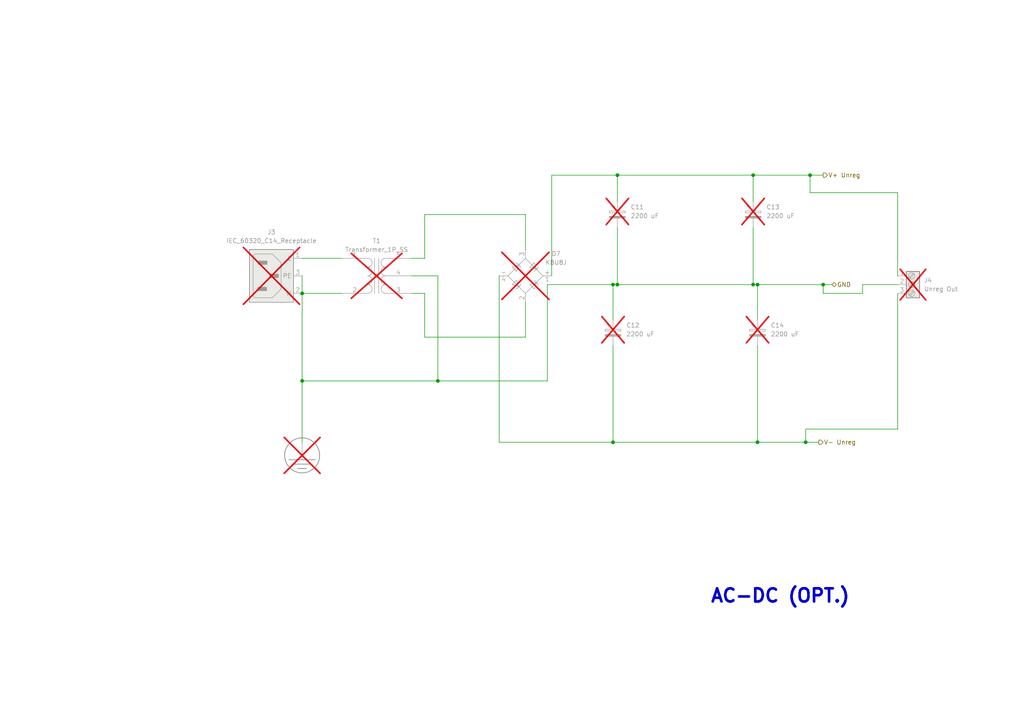
<source format=kicad_sch>
(kicad_sch
	(version 20250114)
	(generator "eeschema")
	(generator_version "9.0")
	(uuid "3c77165a-e465-4a57-9e92-182661596b9e")
	(paper "A4")
	(title_block
		(title "Davinci Demon Supply")
		(date "2025-08-24")
		(rev "B")
		(company "Quantum Designs")
	)
	(lib_symbols
		(symbol "Connector:IEC_60320_C14_Receptacle"
			(exclude_from_sim no)
			(in_bom yes)
			(on_board yes)
			(property "Reference" "J"
				(at -5.842 8.636 0)
				(effects
					(font
						(size 1.27 1.27)
					)
				)
			)
			(property "Value" "IEC_60320_C14_Receptacle"
				(at 0 -9.144 0)
				(effects
					(font
						(size 1.27 1.27)
					)
				)
			)
			(property "Footprint" ""
				(at -2.286 0 0)
				(effects
					(font
						(size 1.27 1.27)
					)
					(hide yes)
				)
			)
			(property "Datasheet" "~"
				(at -2.286 0 0)
				(effects
					(font
						(size 1.27 1.27)
					)
					(hide yes)
				)
			)
			(property "Description" "C14 Plug, 10A max"
				(at -0.635 0 0)
				(effects
					(font
						(size 1.27 1.27)
					)
					(hide yes)
				)
			)
			(property "ki_keywords" "Plug C14 IEC320"
				(at 0 0 0)
				(effects
					(font
						(size 1.27 1.27)
					)
					(hide yes)
				)
			)
			(property "ki_fp_filters" "C*14*Receptacle*"
				(at 0 0 0)
				(effects
					(font
						(size 1.27 1.27)
					)
					(hide yes)
				)
			)
			(symbol "IEC_60320_C14_Receptacle_1_1"
				(rectangle
					(start -6.35 7.62)
					(end 6.35 -7.62)
					(stroke
						(width 0.254)
						(type default)
					)
					(fill
						(type background)
					)
				)
				(polyline
					(pts
						(xy -4.826 -6.35) (xy -5.334 -5.842) (xy -5.334 5.842) (xy -4.826 6.35) (xy 0.254 6.35) (xy 2.794 3.81)
						(xy 2.794 -3.81) (xy 0.254 -6.35) (xy -4.826 -6.35)
					)
					(stroke
						(width 0)
						(type default)
					)
					(fill
						(type background)
					)
				)
				(rectangle
					(start -3.937 -3.302)
					(end -1.397 -4.318)
					(stroke
						(width 0)
						(type default)
					)
					(fill
						(type outline)
					)
				)
				(rectangle
					(start -3.81 4.318)
					(end -1.27 3.302)
					(stroke
						(width 0)
						(type default)
					)
					(fill
						(type outline)
					)
				)
				(rectangle
					(start -0.508 0.508)
					(end 2.032 -0.508)
					(stroke
						(width 0)
						(type default)
					)
					(fill
						(type outline)
					)
				)
				(pin power_in line
					(at 8.89 5.08 180)
					(length 2.54)
					(name "L"
						(effects
							(font
								(size 1.27 1.27)
							)
						)
					)
					(number "1"
						(effects
							(font
								(size 1.27 1.27)
							)
						)
					)
				)
				(pin bidirectional line
					(at 8.89 0 180)
					(length 2.54)
					(name "PE"
						(effects
							(font
								(size 1.27 1.27)
							)
						)
					)
					(number "3"
						(effects
							(font
								(size 1.27 1.27)
							)
						)
					)
				)
				(pin power_in line
					(at 8.89 -5.08 180)
					(length 2.54)
					(name "N"
						(effects
							(font
								(size 1.27 1.27)
							)
						)
					)
					(number "2"
						(effects
							(font
								(size 1.27 1.27)
							)
						)
					)
				)
			)
			(embedded_fonts no)
		)
		(symbol "Device:Transformer_1P_SS"
			(pin_names
				(offset 1.016)
				(hide yes)
			)
			(exclude_from_sim no)
			(in_bom yes)
			(on_board yes)
			(property "Reference" "T"
				(at 0 6.35 0)
				(effects
					(font
						(size 1.27 1.27)
					)
				)
			)
			(property "Value" "Transformer_1P_SS"
				(at 0 -7.62 0)
				(effects
					(font
						(size 1.27 1.27)
					)
				)
			)
			(property "Footprint" ""
				(at 0 0 0)
				(effects
					(font
						(size 1.27 1.27)
					)
					(hide yes)
				)
			)
			(property "Datasheet" "~"
				(at 0 0 0)
				(effects
					(font
						(size 1.27 1.27)
					)
					(hide yes)
				)
			)
			(property "Description" "Transformer, single primary, split secondary"
				(at 0 0 0)
				(effects
					(font
						(size 1.27 1.27)
					)
					(hide yes)
				)
			)
			(property "ki_keywords" "transformer coil magnet"
				(at 0 0 0)
				(effects
					(font
						(size 1.27 1.27)
					)
					(hide yes)
				)
			)
			(symbol "Transformer_1P_SS_0_1"
				(arc
					(start -1.27 3.81)
					(mid -1.656 2.9336)
					(end -2.54 2.5654)
					(stroke
						(width 0)
						(type default)
					)
					(fill
						(type none)
					)
				)
				(arc
					(start -1.27 1.27)
					(mid -1.656 0.3936)
					(end -2.54 0.0254)
					(stroke
						(width 0)
						(type default)
					)
					(fill
						(type none)
					)
				)
				(arc
					(start -1.27 -1.27)
					(mid -1.656 -2.1464)
					(end -2.54 -2.5146)
					(stroke
						(width 0)
						(type default)
					)
					(fill
						(type none)
					)
				)
				(arc
					(start -1.27 -3.81)
					(mid -1.656 -4.6864)
					(end -2.54 -5.0546)
					(stroke
						(width 0)
						(type default)
					)
					(fill
						(type none)
					)
				)
				(arc
					(start -2.54 5.08)
					(mid -1.642 4.708)
					(end -1.27 3.81)
					(stroke
						(width 0)
						(type default)
					)
					(fill
						(type none)
					)
				)
				(arc
					(start -2.54 2.54)
					(mid -1.642 2.168)
					(end -1.27 1.27)
					(stroke
						(width 0)
						(type default)
					)
					(fill
						(type none)
					)
				)
				(arc
					(start -2.54 0)
					(mid -1.642 -0.372)
					(end -1.27 -1.27)
					(stroke
						(width 0)
						(type default)
					)
					(fill
						(type none)
					)
				)
				(arc
					(start -2.54 -2.54)
					(mid -1.642 -2.912)
					(end -1.27 -3.81)
					(stroke
						(width 0)
						(type default)
					)
					(fill
						(type none)
					)
				)
				(polyline
					(pts
						(xy -0.635 5.08) (xy -0.635 -5.08)
					)
					(stroke
						(width 0)
						(type default)
					)
					(fill
						(type none)
					)
				)
				(polyline
					(pts
						(xy 0.635 -5.08) (xy 0.635 5.08)
					)
					(stroke
						(width 0)
						(type default)
					)
					(fill
						(type none)
					)
				)
				(arc
					(start 1.2954 3.81)
					(mid 1.6457 4.7117)
					(end 2.54 5.08)
					(stroke
						(width 0)
						(type default)
					)
					(fill
						(type none)
					)
				)
				(arc
					(start 1.2954 1.27)
					(mid 1.6457 2.1717)
					(end 2.54 2.54)
					(stroke
						(width 0)
						(type default)
					)
					(fill
						(type none)
					)
				)
				(arc
					(start 1.2954 -1.27)
					(mid 1.6457 -0.3683)
					(end 2.54 0)
					(stroke
						(width 0)
						(type default)
					)
					(fill
						(type none)
					)
				)
				(arc
					(start 2.54 2.5654)
					(mid 1.6599 2.9299)
					(end 1.2954 3.81)
					(stroke
						(width 0)
						(type default)
					)
					(fill
						(type none)
					)
				)
				(arc
					(start 2.54 0.0254)
					(mid 1.6599 0.3899)
					(end 1.2954 1.27)
					(stroke
						(width 0)
						(type default)
					)
					(fill
						(type none)
					)
				)
				(arc
					(start 2.54 -2.5146)
					(mid 1.6599 -2.1501)
					(end 1.2954 -1.27)
					(stroke
						(width 0)
						(type default)
					)
					(fill
						(type none)
					)
				)
				(arc
					(start 1.3208 -3.81)
					(mid 1.6711 -2.9085)
					(end 2.5654 -2.54)
					(stroke
						(width 0)
						(type default)
					)
					(fill
						(type none)
					)
				)
				(arc
					(start 2.5654 -5.0546)
					(mid 1.6851 -4.6902)
					(end 1.3208 -3.81)
					(stroke
						(width 0)
						(type default)
					)
					(fill
						(type none)
					)
				)
			)
			(symbol "Transformer_1P_SS_1_1"
				(pin passive line
					(at -10.16 5.08 0)
					(length 7.62)
					(name "AA"
						(effects
							(font
								(size 1.27 1.27)
							)
						)
					)
					(number "1"
						(effects
							(font
								(size 1.27 1.27)
							)
						)
					)
				)
				(pin passive line
					(at -10.16 -5.08 0)
					(length 7.62)
					(name "AB"
						(effects
							(font
								(size 1.27 1.27)
							)
						)
					)
					(number "2"
						(effects
							(font
								(size 1.27 1.27)
							)
						)
					)
				)
				(pin passive line
					(at 10.16 5.08 180)
					(length 7.62)
					(name "SB"
						(effects
							(font
								(size 1.27 1.27)
							)
						)
					)
					(number "5"
						(effects
							(font
								(size 1.27 1.27)
							)
						)
					)
				)
				(pin passive line
					(at 10.16 0 180)
					(length 7.62)
					(name "SC"
						(effects
							(font
								(size 1.27 1.27)
							)
						)
					)
					(number "4"
						(effects
							(font
								(size 1.27 1.27)
							)
						)
					)
				)
				(pin passive line
					(at 10.16 -5.08 180)
					(length 7.62)
					(name "SA"
						(effects
							(font
								(size 1.27 1.27)
							)
						)
					)
					(number "3"
						(effects
							(font
								(size 1.27 1.27)
							)
						)
					)
				)
			)
			(embedded_fonts no)
		)
		(symbol "Diode_Bridge:KBU8J"
			(pin_names
				(offset 0)
			)
			(exclude_from_sim no)
			(in_bom yes)
			(on_board yes)
			(property "Reference" "D"
				(at 2.54 6.985 0)
				(effects
					(font
						(size 1.27 1.27)
					)
					(justify left)
				)
			)
			(property "Value" "KBU8J"
				(at 2.54 5.08 0)
				(effects
					(font
						(size 1.27 1.27)
					)
					(justify left)
				)
			)
			(property "Footprint" "Diode_THT:Diode_Bridge_Vishay_KBU"
				(at 3.81 3.175 0)
				(effects
					(font
						(size 1.27 1.27)
					)
					(justify left)
					(hide yes)
				)
			)
			(property "Datasheet" "http://www.vishay.com/docs/88656/kbu8.pdf"
				(at 0 0 0)
				(effects
					(font
						(size 1.27 1.27)
					)
					(hide yes)
				)
			)
			(property "Description" "Single-Phase Bridge Rectifier, 420V Vrms, 8.0A If, KBU package"
				(at 0 0 0)
				(effects
					(font
						(size 1.27 1.27)
					)
					(hide yes)
				)
			)
			(property "ki_keywords" "rectifier acdc"
				(at 0 0 0)
				(effects
					(font
						(size 1.27 1.27)
					)
					(hide yes)
				)
			)
			(property "ki_fp_filters" "Diode*Bridge*Vishay*KBU*"
				(at 0 0 0)
				(effects
					(font
						(size 1.27 1.27)
					)
					(hide yes)
				)
			)
			(symbol "KBU8J_0_1"
				(polyline
					(pts
						(xy -5.08 0) (xy 0 -5.08) (xy 5.08 0) (xy 0 5.08) (xy -5.08 0)
					)
					(stroke
						(width 0)
						(type default)
					)
					(fill
						(type none)
					)
				)
				(polyline
					(pts
						(xy -3.81 2.54) (xy -2.54 1.27) (xy -1.905 3.175) (xy -3.81 2.54)
					)
					(stroke
						(width 0)
						(type default)
					)
					(fill
						(type none)
					)
				)
				(polyline
					(pts
						(xy -2.54 3.81) (xy -1.27 2.54)
					)
					(stroke
						(width 0)
						(type default)
					)
					(fill
						(type none)
					)
				)
				(polyline
					(pts
						(xy -2.54 -1.27) (xy -3.81 -2.54) (xy -1.905 -3.175) (xy -2.54 -1.27)
					)
					(stroke
						(width 0)
						(type default)
					)
					(fill
						(type none)
					)
				)
				(polyline
					(pts
						(xy -1.27 -2.54) (xy -2.54 -3.81)
					)
					(stroke
						(width 0)
						(type default)
					)
					(fill
						(type none)
					)
				)
				(polyline
					(pts
						(xy 1.27 2.54) (xy 2.54 3.81) (xy 3.175 1.905) (xy 1.27 2.54)
					)
					(stroke
						(width 0)
						(type default)
					)
					(fill
						(type none)
					)
				)
				(polyline
					(pts
						(xy 2.54 1.27) (xy 3.81 2.54)
					)
					(stroke
						(width 0)
						(type default)
					)
					(fill
						(type none)
					)
				)
				(polyline
					(pts
						(xy 2.54 -1.27) (xy 3.81 -2.54)
					)
					(stroke
						(width 0)
						(type default)
					)
					(fill
						(type none)
					)
				)
				(polyline
					(pts
						(xy 3.175 -1.905) (xy 1.27 -2.54) (xy 2.54 -3.81) (xy 3.175 -1.905)
					)
					(stroke
						(width 0)
						(type default)
					)
					(fill
						(type none)
					)
				)
			)
			(symbol "KBU8J_1_1"
				(pin passive line
					(at -7.62 0 0)
					(length 2.54)
					(name "-"
						(effects
							(font
								(size 1.27 1.27)
							)
						)
					)
					(number "4"
						(effects
							(font
								(size 1.27 1.27)
							)
						)
					)
				)
				(pin passive line
					(at 0 7.62 270)
					(length 2.54)
					(name "~"
						(effects
							(font
								(size 1.27 1.27)
							)
						)
					)
					(number "3"
						(effects
							(font
								(size 1.27 1.27)
							)
						)
					)
				)
				(pin passive line
					(at 0 -7.62 90)
					(length 2.54)
					(name "~"
						(effects
							(font
								(size 1.27 1.27)
							)
						)
					)
					(number "2"
						(effects
							(font
								(size 1.27 1.27)
							)
						)
					)
				)
				(pin passive line
					(at 7.62 0 180)
					(length 2.54)
					(name "+"
						(effects
							(font
								(size 1.27 1.27)
							)
						)
					)
					(number "1"
						(effects
							(font
								(size 1.27 1.27)
							)
						)
					)
				)
			)
			(embedded_fonts no)
		)
		(symbol "PCM_Capacitor_AKL:CP_Radial_D18.0mm_P7.50mm"
			(pin_numbers
				(hide yes)
			)
			(pin_names
				(offset 0.254)
			)
			(exclude_from_sim no)
			(in_bom yes)
			(on_board yes)
			(property "Reference" "C"
				(at 0.635 2.54 0)
				(effects
					(font
						(size 1.27 1.27)
					)
					(justify left)
				)
			)
			(property "Value" "CP_Radial_D18.0mm_P7.50mm"
				(at 0.635 -2.54 0)
				(effects
					(font
						(size 1.27 1.27)
					)
					(justify left)
				)
			)
			(property "Footprint" "PCM_Capacitor_THT_AKL:CP_Radial_D18.0mm_P7.50mm"
				(at 0 -10.16 0)
				(effects
					(font
						(size 1.27 1.27)
					)
					(hide yes)
				)
			)
			(property "Datasheet" "~"
				(at 0 0 0)
				(effects
					(font
						(size 1.27 1.27)
					)
					(hide yes)
				)
			)
			(property "Description" "THT Electrolytic Capacitor, 18.0mm Diameter, 7.50mm Pitch, European Symbol, Alternate KiCad Library"
				(at 0 0 0)
				(effects
					(font
						(size 1.27 1.27)
					)
					(hide yes)
				)
			)
			(property "ki_keywords" "cap capacitor polarized eu tht radial electrolytic 18mm 7.50mm"
				(at 0 0 0)
				(effects
					(font
						(size 1.27 1.27)
					)
					(hide yes)
				)
			)
			(property "ki_fp_filters" "CP_*"
				(at 0 0 0)
				(effects
					(font
						(size 1.27 1.27)
					)
					(hide yes)
				)
			)
			(symbol "CP_Radial_D18.0mm_P7.50mm_0_1"
				(rectangle
					(start -2.286 1.016)
					(end 2.286 0.508)
					(stroke
						(width 0)
						(type default)
					)
					(fill
						(type none)
					)
				)
				(polyline
					(pts
						(xy -1.778 2.286) (xy -0.762 2.286)
					)
					(stroke
						(width 0)
						(type default)
					)
					(fill
						(type none)
					)
				)
				(polyline
					(pts
						(xy -1.27 2.794) (xy -1.27 1.778)
					)
					(stroke
						(width 0)
						(type default)
					)
					(fill
						(type none)
					)
				)
				(rectangle
					(start 2.286 -0.508)
					(end -2.286 -1.016)
					(stroke
						(width 0)
						(type default)
					)
					(fill
						(type outline)
					)
				)
			)
			(symbol "CP_Radial_D18.0mm_P7.50mm_0_2"
				(polyline
					(pts
						(xy -2.54 -2.54) (xy -0.6604 -0.6604)
					)
					(stroke
						(width 0)
						(type default)
					)
					(fill
						(type none)
					)
				)
				(polyline
					(pts
						(xy -1.8796 0.6096) (xy 0.6096 -1.8796) (xy 0.9652 -1.524) (xy -1.524 0.9652) (xy -1.8796 0.6096)
					)
					(stroke
						(width 0)
						(type default)
					)
					(fill
						(type outline)
					)
				)
				(polyline
					(pts
						(xy -0.9652 1.524) (xy 1.524 -0.9652) (xy 1.8796 -0.6096) (xy -0.6096 1.8796) (xy -0.9652 1.524)
					)
					(stroke
						(width 0)
						(type default)
					)
					(fill
						(type none)
					)
				)
				(polyline
					(pts
						(xy 0 2.032) (xy 1.016 2.032)
					)
					(stroke
						(width 0)
						(type default)
					)
					(fill
						(type none)
					)
				)
				(polyline
					(pts
						(xy 0.508 2.54) (xy 0.508 1.524)
					)
					(stroke
						(width 0)
						(type default)
					)
					(fill
						(type none)
					)
				)
				(polyline
					(pts
						(xy 0.6604 0.6604) (xy 2.54 2.54)
					)
					(stroke
						(width 0)
						(type default)
					)
					(fill
						(type none)
					)
				)
			)
			(symbol "CP_Radial_D18.0mm_P7.50mm_1_1"
				(pin passive line
					(at 0 3.81 270)
					(length 2.794)
					(name "~"
						(effects
							(font
								(size 1.27 1.27)
							)
						)
					)
					(number "1"
						(effects
							(font
								(size 1.27 1.27)
							)
						)
					)
				)
				(pin passive line
					(at 0 -3.81 90)
					(length 2.794)
					(name "~"
						(effects
							(font
								(size 1.27 1.27)
							)
						)
					)
					(number "2"
						(effects
							(font
								(size 1.27 1.27)
							)
						)
					)
				)
			)
			(symbol "CP_Radial_D18.0mm_P7.50mm_1_2"
				(pin passive line
					(at -2.54 -2.54 90)
					(length 0)
					(name "~"
						(effects
							(font
								(size 1.27 1.27)
							)
						)
					)
					(number "2"
						(effects
							(font
								(size 1.27 1.27)
							)
						)
					)
				)
				(pin passive line
					(at 2.54 2.54 270)
					(length 0)
					(name "~"
						(effects
							(font
								(size 1.27 1.27)
							)
						)
					)
					(number "1"
						(effects
							(font
								(size 1.27 1.27)
							)
						)
					)
				)
			)
			(embedded_fonts no)
		)
		(symbol "PCM_Generic:P,PE"
			(power)
			(pin_numbers
				(hide yes)
			)
			(pin_names
				(offset 3.81)
			)
			(exclude_from_sim no)
			(in_bom yes)
			(on_board yes)
			(property "Reference" "#PWR"
				(at 3.81 3.81 0)
				(effects
					(font
						(size 2.54 2.54)
					)
					(justify left)
					(hide yes)
				)
			)
			(property "Value" "P,PE"
				(at 3.81 0 0)
				(effects
					(font
						(size 0.001 0.001)
					)
					(justify left)
					(hide yes)
				)
			)
			(property "Footprint" ""
				(at 0 0 0)
				(effects
					(font
						(size 2.54 2.54)
					)
					(hide yes)
				)
			)
			(property "Datasheet" ""
				(at 0 0 0)
				(effects
					(font
						(size 2.54 2.54)
					)
					(hide yes)
				)
			)
			(property "Description" "protective earthing/grounding/earth/ground (PE)"
				(at 0 0 0)
				(effects
					(font
						(size 1.27 1.27)
					)
					(hide yes)
				)
			)
			(property "ki_keywords" "P V PE protective earthing grounding earth ground potential voltage tension global power supply node label pin"
				(at 0 0 0)
				(effects
					(font
						(size 1.27 1.27)
					)
					(hide yes)
				)
			)
			(symbol "P,PE_1_1"
				(polyline
					(pts
						(xy -3.81 -5.08) (xy 3.81 -5.08)
					)
					(stroke
						(width 0.254)
						(type default)
					)
					(fill
						(type none)
					)
				)
				(polyline
					(pts
						(xy -2.54 -6.35) (xy 2.54 -6.35)
					)
					(stroke
						(width 0.254)
						(type default)
					)
					(fill
						(type none)
					)
				)
				(polyline
					(pts
						(xy -1.27 -7.62) (xy 1.27 -7.62)
					)
					(stroke
						(width 0.254)
						(type default)
					)
					(fill
						(type none)
					)
				)
				(polyline
					(pts
						(xy 0 0) (xy 0 -5.08)
					)
					(stroke
						(width 0)
						(type default)
					)
					(fill
						(type none)
					)
				)
				(circle
					(center 0 -3.81)
					(radius 5.08)
					(stroke
						(width 0.254)
						(type default)
					)
					(fill
						(type none)
					)
				)
				(pin power_in line
					(at 0 0 0)
					(length 0)
					(hide yes)
					(name "PE"
						(effects
							(font
								(size 2.54 2.54)
							)
						)
					)
					(number "0"
						(effects
							(font
								(size 0 0)
							)
						)
					)
				)
			)
			(embedded_fonts no)
		)
		(symbol "PCM_SL_Screw_Terminal:Screw_Terminal_3_P3.50mm"
			(exclude_from_sim no)
			(in_bom yes)
			(on_board yes)
			(property "Reference" "J"
				(at 0 5.842 0)
				(effects
					(font
						(size 1.27 1.27)
					)
				)
			)
			(property "Value" "Screw_Terminal_3_P3.50mm"
				(at 1.27 -5.588 0)
				(effects
					(font
						(size 1.27 1.27)
					)
				)
			)
			(property "Footprint" "TerminalBlock_Phoenix:TerminalBlock_Phoenix_PT-1,5-3-3.5-H_1x03_P3.50mm_Horizontal"
				(at 1.27 -7.62 0)
				(effects
					(font
						(size 1.27 1.27)
					)
					(hide yes)
				)
			)
			(property "Datasheet" ""
				(at 0 1.27 0)
				(effects
					(font
						(size 1.27 1.27)
					)
					(hide yes)
				)
			)
			(property "Description" ""
				(at 0 0 0)
				(effects
					(font
						(size 1.27 1.27)
					)
					(hide yes)
				)
			)
			(symbol "Screw_Terminal_3_P3.50mm_0_1"
				(rectangle
					(start -1.27 3.81)
					(end 2.54 -3.81)
					(stroke
						(width 0.3)
						(type default)
					)
					(fill
						(type background)
					)
				)
				(polyline
					(pts
						(xy -0.254 1.778) (xy 1.016 3.048)
					)
					(stroke
						(width 0)
						(type default)
					)
					(fill
						(type none)
					)
				)
				(polyline
					(pts
						(xy -0.254 -0.762) (xy 1.016 0.508)
					)
					(stroke
						(width 0)
						(type default)
					)
					(fill
						(type none)
					)
				)
				(polyline
					(pts
						(xy -0.254 -3.302) (xy 1.016 -2.032)
					)
					(stroke
						(width 0)
						(type default)
					)
					(fill
						(type none)
					)
				)
				(polyline
					(pts
						(xy 0 2.54) (xy -0.508 2.032) (xy 0.762 3.302)
					)
					(stroke
						(width 0)
						(type default)
					)
					(fill
						(type none)
					)
				)
				(polyline
					(pts
						(xy 0 0) (xy -0.508 -0.508) (xy 0.762 0.762)
					)
					(stroke
						(width 0)
						(type default)
					)
					(fill
						(type none)
					)
				)
				(polyline
					(pts
						(xy 0 -2.54) (xy -0.508 -3.048) (xy 0.762 -1.778)
					)
					(stroke
						(width 0)
						(type default)
					)
					(fill
						(type none)
					)
				)
				(circle
					(center 0.254 2.54)
					(radius 0.9158)
					(stroke
						(width 0)
						(type default)
					)
					(fill
						(type none)
					)
				)
				(circle
					(center 0.254 0)
					(radius 0.9158)
					(stroke
						(width 0)
						(type default)
					)
					(fill
						(type none)
					)
				)
				(circle
					(center 0.254 -2.54)
					(radius 0.9158)
					(stroke
						(width 0)
						(type default)
					)
					(fill
						(type none)
					)
				)
			)
			(symbol "Screw_Terminal_3_P3.50mm_1_1"
				(pin passive line
					(at -3.81 2.54 0)
					(length 2.54)
					(name ""
						(effects
							(font
								(size 1.27 1.27)
							)
						)
					)
					(number "1"
						(effects
							(font
								(size 1.27 1.27)
							)
						)
					)
				)
				(pin passive line
					(at -3.81 0 0)
					(length 2.54)
					(name ""
						(effects
							(font
								(size 1.27 1.27)
							)
						)
					)
					(number "2"
						(effects
							(font
								(size 1.27 1.27)
							)
						)
					)
				)
				(pin passive line
					(at -3.81 -2.54 0)
					(length 2.54)
					(name ""
						(effects
							(font
								(size 1.27 1.27)
							)
						)
					)
					(number "3"
						(effects
							(font
								(size 1.27 1.27)
							)
						)
					)
				)
			)
			(embedded_fonts no)
		)
	)
	(text "AC-DC (OPT.)"
		(exclude_from_sim no)
		(at 226.314 172.974 0)
		(effects
			(font
				(size 3.81 3.81)
				(thickness 0.762)
				(bold yes)
			)
		)
		(uuid "9b3fc6a6-b738-4778-ab2a-198c005521a7")
	)
	(junction
		(at 218.44 82.55)
		(diameter 0)
		(color 0 0 0 0)
		(uuid "0f90d325-83ab-4191-8148-80ed4e5bcf0a")
	)
	(junction
		(at 218.44 50.8)
		(diameter 0)
		(color 0 0 0 0)
		(uuid "1ae56223-caf8-4cd6-b869-ed5af01837c8")
	)
	(junction
		(at 177.8 128.27)
		(diameter 0)
		(color 0 0 0 0)
		(uuid "20328db9-cf85-44ad-81db-bd80375d3784")
	)
	(junction
		(at 219.71 82.55)
		(diameter 0)
		(color 0 0 0 0)
		(uuid "26cad51b-772b-43fe-bd4c-aec69d97ad77")
	)
	(junction
		(at 233.68 128.27)
		(diameter 0)
		(color 0 0 0 0)
		(uuid "2cdade27-066a-4bb6-b318-1f91bb44d27d")
	)
	(junction
		(at 179.07 82.55)
		(diameter 0)
		(color 0 0 0 0)
		(uuid "76c2dc33-c00d-4506-96a1-f5a61adec81a")
	)
	(junction
		(at 177.8 82.55)
		(diameter 0)
		(color 0 0 0 0)
		(uuid "a00a1870-b713-4280-9a10-489930fa2777")
	)
	(junction
		(at 87.63 110.49)
		(diameter 0)
		(color 0 0 0 0)
		(uuid "a45c353e-f7a9-4a35-9b03-05db5d9ea6bb")
	)
	(junction
		(at 219.71 128.27)
		(diameter 0)
		(color 0 0 0 0)
		(uuid "c3c03aae-eacf-4377-a5a8-82f5cdd56f92")
	)
	(junction
		(at 179.07 50.8)
		(diameter 0)
		(color 0 0 0 0)
		(uuid "c7a574a3-6a9b-4bc4-b2e8-a7676574f9a5")
	)
	(junction
		(at 234.95 50.8)
		(diameter 0)
		(color 0 0 0 0)
		(uuid "cd175332-ef43-4edc-a7cc-fb6e7e4a71b0")
	)
	(junction
		(at 87.63 85.09)
		(diameter 0)
		(color 0 0 0 0)
		(uuid "d614997c-84c7-4f48-bacd-2d0703627d07")
	)
	(junction
		(at 238.76 82.55)
		(diameter 0)
		(color 0 0 0 0)
		(uuid "dba9d4cc-3c76-47bc-94de-352904319f82")
	)
	(junction
		(at 127 110.49)
		(diameter 0)
		(color 0 0 0 0)
		(uuid "defec324-0854-4484-8d32-cc7737ba81f5")
	)
	(wire
		(pts
			(xy 218.44 66.04) (xy 218.44 82.55)
		)
		(stroke
			(width 0)
			(type default)
		)
		(uuid "032a1890-2e0b-40b5-87d2-27b3ce1960df")
	)
	(wire
		(pts
			(xy 160.02 50.8) (xy 179.07 50.8)
		)
		(stroke
			(width 0)
			(type default)
		)
		(uuid "0bc47ec3-f9e0-4a6b-8b0f-1eec2e29aa93")
	)
	(wire
		(pts
			(xy 179.07 82.55) (xy 177.8 82.55)
		)
		(stroke
			(width 0)
			(type default)
		)
		(uuid "13ccd684-ddc7-4745-bcd2-48ca636cd8b1")
	)
	(wire
		(pts
			(xy 219.71 128.27) (xy 219.71 100.33)
		)
		(stroke
			(width 0)
			(type default)
		)
		(uuid "18de391a-1d25-429b-a7f9-c071bef28c83")
	)
	(wire
		(pts
			(xy 123.19 85.09) (xy 123.19 97.79)
		)
		(stroke
			(width 0)
			(type default)
		)
		(uuid "1ff7fa02-f63d-4630-aa90-c1c3b7063fc9")
	)
	(wire
		(pts
			(xy 119.38 85.09) (xy 123.19 85.09)
		)
		(stroke
			(width 0)
			(type default)
		)
		(uuid "2286566e-b389-42af-a07a-2cab016f7b7f")
	)
	(wire
		(pts
			(xy 219.71 82.55) (xy 218.44 82.55)
		)
		(stroke
			(width 0)
			(type default)
		)
		(uuid "26733d3f-7bd1-41f5-9baa-c1294907ae02")
	)
	(wire
		(pts
			(xy 260.35 85.09) (xy 260.35 124.46)
		)
		(stroke
			(width 0)
			(type default)
		)
		(uuid "32127801-9ee5-4289-b8b1-ef2541e04c1b")
	)
	(wire
		(pts
			(xy 177.8 128.27) (xy 219.71 128.27)
		)
		(stroke
			(width 0)
			(type default)
		)
		(uuid "3546ef68-fe9d-4821-9a35-8c057afaef2c")
	)
	(wire
		(pts
			(xy 260.35 55.88) (xy 234.95 55.88)
		)
		(stroke
			(width 0)
			(type default)
		)
		(uuid "5458dff0-39b7-4dbd-93c9-fd8ec36be599")
	)
	(wire
		(pts
			(xy 250.19 82.55) (xy 250.19 85.09)
		)
		(stroke
			(width 0)
			(type default)
		)
		(uuid "5539c99d-a7f6-4a34-9af6-60a7da5e81a5")
	)
	(wire
		(pts
			(xy 177.8 128.27) (xy 177.8 100.33)
		)
		(stroke
			(width 0)
			(type default)
		)
		(uuid "56d16b13-83b1-45d7-ac9a-e7fc33916194")
	)
	(wire
		(pts
			(xy 218.44 82.55) (xy 179.07 82.55)
		)
		(stroke
			(width 0)
			(type default)
		)
		(uuid "5d9e3fae-0597-4053-8ac6-fb62dd31f7b5")
	)
	(wire
		(pts
			(xy 219.71 128.27) (xy 233.68 128.27)
		)
		(stroke
			(width 0)
			(type default)
		)
		(uuid "5ef9c697-6e0d-4898-8e92-742902dd354b")
	)
	(wire
		(pts
			(xy 144.78 80.01) (xy 144.78 128.27)
		)
		(stroke
			(width 0)
			(type default)
		)
		(uuid "630afac2-c9cc-4098-a1a6-18bc1daec9ea")
	)
	(wire
		(pts
			(xy 179.07 66.04) (xy 179.07 82.55)
		)
		(stroke
			(width 0)
			(type default)
		)
		(uuid "67c62b6c-a074-46e0-a49b-e9577fe298ec")
	)
	(wire
		(pts
			(xy 218.44 50.8) (xy 218.44 58.42)
		)
		(stroke
			(width 0)
			(type default)
		)
		(uuid "68676bc5-bdf6-4f14-8be4-93b7d0b99d9e")
	)
	(wire
		(pts
			(xy 218.44 50.8) (xy 234.95 50.8)
		)
		(stroke
			(width 0)
			(type default)
		)
		(uuid "6bf1f704-3a2c-4a6d-a03f-34f12aede33d")
	)
	(wire
		(pts
			(xy 219.71 92.71) (xy 219.71 82.55)
		)
		(stroke
			(width 0)
			(type default)
		)
		(uuid "75266218-e124-4534-82b0-e76d10f4791b")
	)
	(wire
		(pts
			(xy 87.63 85.09) (xy 99.06 85.09)
		)
		(stroke
			(width 0)
			(type default)
		)
		(uuid "7d28264a-c417-443b-b7bf-52acd51c9120")
	)
	(wire
		(pts
			(xy 127 80.01) (xy 127 110.49)
		)
		(stroke
			(width 0)
			(type default)
		)
		(uuid "80666544-0f05-45c8-b821-fd7375f9f599")
	)
	(wire
		(pts
			(xy 177.8 92.71) (xy 177.8 82.55)
		)
		(stroke
			(width 0)
			(type default)
		)
		(uuid "80d95279-74cd-4aeb-975a-413b04709dc3")
	)
	(wire
		(pts
			(xy 179.07 50.8) (xy 179.07 58.42)
		)
		(stroke
			(width 0)
			(type default)
		)
		(uuid "85f97600-0010-406a-a2c7-c70d6043bdb3")
	)
	(wire
		(pts
			(xy 123.19 74.93) (xy 123.19 62.23)
		)
		(stroke
			(width 0)
			(type default)
		)
		(uuid "8b7bcf54-1241-48aa-9e92-9dc75e84e02e")
	)
	(wire
		(pts
			(xy 219.71 82.55) (xy 238.76 82.55)
		)
		(stroke
			(width 0)
			(type default)
		)
		(uuid "9374b6a3-5c2d-44f4-8dad-c4565984b64e")
	)
	(wire
		(pts
			(xy 87.63 74.93) (xy 99.06 74.93)
		)
		(stroke
			(width 0)
			(type default)
		)
		(uuid "95965223-40be-4e91-b15d-23022b66ef10")
	)
	(wire
		(pts
			(xy 160.02 80.01) (xy 160.02 50.8)
		)
		(stroke
			(width 0)
			(type default)
		)
		(uuid "986a46f8-56ba-4b54-b124-f0f52afdbcc7")
	)
	(wire
		(pts
			(xy 250.19 85.09) (xy 238.76 85.09)
		)
		(stroke
			(width 0)
			(type default)
		)
		(uuid "9c3d6cb9-32c6-42d1-93af-009a2610596a")
	)
	(wire
		(pts
			(xy 152.4 62.23) (xy 152.4 72.39)
		)
		(stroke
			(width 0)
			(type default)
		)
		(uuid "9ca05543-2fb4-4daf-9aaa-2d3e07df35a2")
	)
	(wire
		(pts
			(xy 123.19 97.79) (xy 152.4 97.79)
		)
		(stroke
			(width 0)
			(type default)
		)
		(uuid "a6ae0ee5-5609-4950-8378-2ec5dc366389")
	)
	(wire
		(pts
			(xy 233.68 128.27) (xy 237.49 128.27)
		)
		(stroke
			(width 0)
			(type default)
		)
		(uuid "af5f470a-48d8-4cfd-a961-58ba1a9f9b2c")
	)
	(wire
		(pts
			(xy 87.63 85.09) (xy 87.63 110.49)
		)
		(stroke
			(width 0)
			(type default)
		)
		(uuid "b5bd17c7-c2f5-4f91-8930-fcaf8f589ec1")
	)
	(wire
		(pts
			(xy 152.4 87.63) (xy 152.4 97.79)
		)
		(stroke
			(width 0)
			(type default)
		)
		(uuid "b6ccc1a1-0c6e-42cb-8f2c-df4441297376")
	)
	(wire
		(pts
			(xy 158.75 110.49) (xy 127 110.49)
		)
		(stroke
			(width 0)
			(type default)
		)
		(uuid "ba0ed9e8-db3a-4728-a575-574077b44875")
	)
	(wire
		(pts
			(xy 158.75 82.55) (xy 158.75 110.49)
		)
		(stroke
			(width 0)
			(type default)
		)
		(uuid "bd76b06e-083f-4638-99ab-193e942c33a6")
	)
	(wire
		(pts
			(xy 260.35 124.46) (xy 233.68 124.46)
		)
		(stroke
			(width 0)
			(type default)
		)
		(uuid "c6d32de4-9e46-4d41-be45-c7eca50b4324")
	)
	(wire
		(pts
			(xy 87.63 110.49) (xy 127 110.49)
		)
		(stroke
			(width 0)
			(type default)
		)
		(uuid "c711164b-5e1c-41c5-b8f4-bb29c90d9670")
	)
	(wire
		(pts
			(xy 119.38 74.93) (xy 123.19 74.93)
		)
		(stroke
			(width 0)
			(type default)
		)
		(uuid "c7adb187-46f3-4f3e-9f1b-30aaab9f78ee")
	)
	(wire
		(pts
			(xy 238.76 85.09) (xy 238.76 82.55)
		)
		(stroke
			(width 0)
			(type default)
		)
		(uuid "ca2aea4e-cd38-4da1-a7a2-63c48f753f76")
	)
	(wire
		(pts
			(xy 87.63 80.01) (xy 87.63 85.09)
		)
		(stroke
			(width 0)
			(type default)
		)
		(uuid "cb9d70fc-5b55-4732-a600-60e271717bc7")
	)
	(wire
		(pts
			(xy 238.76 82.55) (xy 241.3 82.55)
		)
		(stroke
			(width 0)
			(type default)
		)
		(uuid "d26b8a1d-df27-45a1-97b3-72d6370b78fb")
	)
	(wire
		(pts
			(xy 177.8 82.55) (xy 158.75 82.55)
		)
		(stroke
			(width 0)
			(type default)
		)
		(uuid "d3067bc6-06c0-4018-a435-8ffe3a8a82e2")
	)
	(wire
		(pts
			(xy 260.35 80.01) (xy 260.35 55.88)
		)
		(stroke
			(width 0)
			(type default)
		)
		(uuid "d8c74abb-1b11-4a3b-9e54-fa8a18579941")
	)
	(wire
		(pts
			(xy 179.07 50.8) (xy 218.44 50.8)
		)
		(stroke
			(width 0)
			(type default)
		)
		(uuid "dac3e33e-bb57-42ec-bd64-cd82e2fa7683")
	)
	(wire
		(pts
			(xy 234.95 50.8) (xy 238.76 50.8)
		)
		(stroke
			(width 0)
			(type default)
		)
		(uuid "dfbf78e9-8aac-48c0-8036-47c6d7db2065")
	)
	(wire
		(pts
			(xy 260.35 82.55) (xy 250.19 82.55)
		)
		(stroke
			(width 0)
			(type default)
		)
		(uuid "e11610b3-372c-411b-9815-6d12d3ccf74f")
	)
	(wire
		(pts
			(xy 234.95 55.88) (xy 234.95 50.8)
		)
		(stroke
			(width 0)
			(type default)
		)
		(uuid "e2c992e6-eaff-443c-a31d-f0ff7b5b543d")
	)
	(wire
		(pts
			(xy 87.63 110.49) (xy 87.63 128.27)
		)
		(stroke
			(width 0)
			(type default)
		)
		(uuid "e3bca400-b2b7-434b-8588-58b0d431ea9b")
	)
	(wire
		(pts
			(xy 123.19 62.23) (xy 152.4 62.23)
		)
		(stroke
			(width 0)
			(type default)
		)
		(uuid "e90fa5ed-9cd6-4a63-bcd3-ff0e80fdf7bd")
	)
	(wire
		(pts
			(xy 233.68 124.46) (xy 233.68 128.27)
		)
		(stroke
			(width 0)
			(type default)
		)
		(uuid "ec80ad78-615e-4de2-a06d-b4f3d813cf07")
	)
	(wire
		(pts
			(xy 119.38 80.01) (xy 127 80.01)
		)
		(stroke
			(width 0)
			(type default)
		)
		(uuid "fb45d606-f413-4110-9422-489802010572")
	)
	(wire
		(pts
			(xy 144.78 128.27) (xy 177.8 128.27)
		)
		(stroke
			(width 0)
			(type default)
		)
		(uuid "fdc38137-68a2-402f-8945-990d0dc8a336")
	)
	(hierarchical_label "V+ Unreg"
		(shape output)
		(at 238.76 50.8 0)
		(effects
			(font
				(size 1.27 1.27)
			)
			(justify left)
		)
		(uuid "3af3463d-8a39-425f-8856-fb4b539f1179")
	)
	(hierarchical_label "GND"
		(shape bidirectional)
		(at 241.3 82.55 0)
		(effects
			(font
				(size 1.27 1.27)
			)
			(justify left)
		)
		(uuid "9c2fb282-ba8e-47a3-8fc4-e4bbf758e14d")
	)
	(hierarchical_label "V- Unreg"
		(shape output)
		(at 237.49 128.27 0)
		(effects
			(font
				(size 1.27 1.27)
			)
			(justify left)
		)
		(uuid "ebed16bf-6687-4a89-8ea5-7c048338d422")
	)
	(symbol
		(lib_id "Device:Transformer_1P_SS")
		(at 109.22 80.01 0)
		(unit 1)
		(exclude_from_sim no)
		(in_bom yes)
		(on_board no)
		(dnp yes)
		(fields_autoplaced yes)
		(uuid "02d1c3b0-9192-403a-a6a5-9dd157ac6be0")
		(property "Reference" "T1"
			(at 109.2327 69.85 0)
			(effects
				(font
					(size 1.27 1.27)
				)
			)
		)
		(property "Value" "Transformer_1P_SS"
			(at 109.2327 72.39 0)
			(effects
				(font
					(size 1.27 1.27)
				)
			)
		)
		(property "Footprint" ""
			(at 109.22 80.01 0)
			(effects
				(font
					(size 1.27 1.27)
				)
				(hide yes)
			)
		)
		(property "Datasheet" "~"
			(at 109.22 80.01 0)
			(effects
				(font
					(size 1.27 1.27)
				)
				(hide yes)
			)
		)
		(property "Description" "Transformer, single primary, split secondary"
			(at 109.22 80.01 0)
			(effects
				(font
					(size 1.27 1.27)
				)
				(hide yes)
			)
		)
		(pin "1"
			(uuid "d680edc1-0da6-4668-bafa-993298c5cd35")
		)
		(pin "4"
			(uuid "de61f1fa-b07c-44c4-900c-7bfcfdee467f")
		)
		(pin "2"
			(uuid "39d77a32-ec30-44e7-81ed-2feeb2bace3f")
		)
		(pin "3"
			(uuid "7a687ea1-a86e-4066-89e0-9d8e0ac61c65")
		)
		(pin "5"
			(uuid "e1babb10-a6ea-47ba-b3fb-2a95b0cbe947")
		)
		(instances
			(project ""
				(path "/69492041-8f13-4802-8515-3d38ffab1457/03dbaf20-3a17-4e10-825c-66276db4bd38"
					(reference "T1")
					(unit 1)
				)
			)
		)
	)
	(symbol
		(lib_id "PCM_Capacitor_AKL:CP_Radial_D18.0mm_P7.50mm")
		(at 177.8 96.52 0)
		(unit 1)
		(exclude_from_sim no)
		(in_bom yes)
		(on_board no)
		(dnp yes)
		(fields_autoplaced yes)
		(uuid "03f7e606-14b1-45c9-8b12-72c721526421")
		(property "Reference" "C12"
			(at 181.61 94.3609 0)
			(effects
				(font
					(size 1.27 1.27)
				)
				(justify left)
			)
		)
		(property "Value" "2200 uF"
			(at 181.61 96.9009 0)
			(effects
				(font
					(size 1.27 1.27)
				)
				(justify left)
			)
		)
		(property "Footprint" "PCM_Capacitor_THT_AKL:CP_Radial_D18.0mm_P7.50mm"
			(at 177.8 106.68 0)
			(effects
				(font
					(size 1.27 1.27)
				)
				(hide yes)
			)
		)
		(property "Datasheet" "~"
			(at 177.8 96.52 0)
			(effects
				(font
					(size 1.27 1.27)
				)
				(hide yes)
			)
		)
		(property "Description" "THT Electrolytic Capacitor, 18.0mm Diameter, 7.50mm Pitch, European Symbol, Alternate KiCad Library"
			(at 177.8 96.52 0)
			(effects
				(font
					(size 1.27 1.27)
				)
				(hide yes)
			)
		)
		(pin "2"
			(uuid "758bde34-f3a4-45e9-a192-2582bb41552b")
		)
		(pin "1"
			(uuid "c1dd9da8-6480-4396-b380-c5eb7c9ce270")
		)
		(instances
			(project ""
				(path "/69492041-8f13-4802-8515-3d38ffab1457/03dbaf20-3a17-4e10-825c-66276db4bd38"
					(reference "C12")
					(unit 1)
				)
			)
		)
	)
	(symbol
		(lib_id "PCM_Generic:P,PE")
		(at 87.63 128.27 0)
		(unit 1)
		(exclude_from_sim no)
		(in_bom yes)
		(on_board no)
		(dnp yes)
		(fields_autoplaced yes)
		(uuid "48cdb9a3-619d-4154-a851-e52418bc3b7e")
		(property "Reference" "#PWR041"
			(at 91.44 124.46 0)
			(effects
				(font
					(size 2.54 2.54)
				)
				(justify left)
				(hide yes)
			)
		)
		(property "Value" "P,PE"
			(at 91.44 128.27 0)
			(effects
				(font
					(size 0.001 0.001)
				)
				(justify left)
				(hide yes)
			)
		)
		(property "Footprint" ""
			(at 87.63 128.27 0)
			(effects
				(font
					(size 2.54 2.54)
				)
				(hide yes)
			)
		)
		(property "Datasheet" ""
			(at 87.63 128.27 0)
			(effects
				(font
					(size 2.54 2.54)
				)
				(hide yes)
			)
		)
		(property "Description" "protective earthing/grounding/earth/ground (PE)"
			(at 87.63 128.27 0)
			(effects
				(font
					(size 1.27 1.27)
				)
				(hide yes)
			)
		)
		(pin "0"
			(uuid "7455c73b-f534-4949-ad52-cea108bbf843")
		)
		(instances
			(project ""
				(path "/69492041-8f13-4802-8515-3d38ffab1457/03dbaf20-3a17-4e10-825c-66276db4bd38"
					(reference "#PWR041")
					(unit 1)
				)
			)
		)
	)
	(symbol
		(lib_id "PCM_Capacitor_AKL:CP_Radial_D18.0mm_P7.50mm")
		(at 218.44 62.23 0)
		(unit 1)
		(exclude_from_sim no)
		(in_bom yes)
		(on_board no)
		(dnp yes)
		(fields_autoplaced yes)
		(uuid "811d071e-542d-4748-b7d4-d96688c5c319")
		(property "Reference" "C13"
			(at 222.25 60.0709 0)
			(effects
				(font
					(size 1.27 1.27)
				)
				(justify left)
			)
		)
		(property "Value" "2200 uF"
			(at 222.25 62.6109 0)
			(effects
				(font
					(size 1.27 1.27)
				)
				(justify left)
			)
		)
		(property "Footprint" "PCM_Capacitor_THT_AKL:CP_Radial_D18.0mm_P7.50mm"
			(at 218.44 72.39 0)
			(effects
				(font
					(size 1.27 1.27)
				)
				(hide yes)
			)
		)
		(property "Datasheet" "~"
			(at 218.44 62.23 0)
			(effects
				(font
					(size 1.27 1.27)
				)
				(hide yes)
			)
		)
		(property "Description" "THT Electrolytic Capacitor, 18.0mm Diameter, 7.50mm Pitch, European Symbol, Alternate KiCad Library"
			(at 218.44 62.23 0)
			(effects
				(font
					(size 1.27 1.27)
				)
				(hide yes)
			)
		)
		(pin "1"
			(uuid "68d943d9-edb3-40d6-adb6-29f8409aebab")
		)
		(pin "2"
			(uuid "3a57a949-7300-4adf-ba35-b9388b70280f")
		)
		(instances
			(project "7-16"
				(path "/69492041-8f13-4802-8515-3d38ffab1457/03dbaf20-3a17-4e10-825c-66276db4bd38"
					(reference "C13")
					(unit 1)
				)
			)
		)
	)
	(symbol
		(lib_id "Diode_Bridge:KBU8J")
		(at 152.4 80.01 0)
		(unit 1)
		(exclude_from_sim no)
		(in_bom yes)
		(on_board no)
		(dnp yes)
		(fields_autoplaced yes)
		(uuid "87a31646-1262-45a5-80c4-8b5b26cfe3f3")
		(property "Reference" "D7"
			(at 161.29 73.5898 0)
			(effects
				(font
					(size 1.27 1.27)
				)
			)
		)
		(property "Value" "KBU8J"
			(at 161.29 76.1298 0)
			(effects
				(font
					(size 1.27 1.27)
				)
			)
		)
		(property "Footprint" "Diode_THT:Diode_Bridge_Vishay_KBU"
			(at 156.21 76.835 0)
			(effects
				(font
					(size 1.27 1.27)
				)
				(justify left)
				(hide yes)
			)
		)
		(property "Datasheet" "http://www.vishay.com/docs/88656/kbu8.pdf"
			(at 152.4 80.01 0)
			(effects
				(font
					(size 1.27 1.27)
				)
				(hide yes)
			)
		)
		(property "Description" "Single-Phase Bridge Rectifier, 420V Vrms, 8.0A If, KBU package"
			(at 152.4 80.01 0)
			(effects
				(font
					(size 1.27 1.27)
				)
				(hide yes)
			)
		)
		(pin "2"
			(uuid "f307a82e-2f2f-4c07-8450-6d378d6e8bed")
		)
		(pin "3"
			(uuid "4e73d4ec-fc53-4c95-b7ff-b5d760c79363")
		)
		(pin "1"
			(uuid "5f0f8cfd-0fe5-47f9-848c-7fa2ecfafe17")
		)
		(pin "4"
			(uuid "9851ec4d-15ff-46c1-b86b-9653aaee0136")
		)
		(instances
			(project ""
				(path "/69492041-8f13-4802-8515-3d38ffab1457/03dbaf20-3a17-4e10-825c-66276db4bd38"
					(reference "D7")
					(unit 1)
				)
			)
		)
	)
	(symbol
		(lib_id "PCM_Capacitor_AKL:CP_Radial_D18.0mm_P7.50mm")
		(at 219.71 96.52 0)
		(unit 1)
		(exclude_from_sim no)
		(in_bom yes)
		(on_board no)
		(dnp yes)
		(fields_autoplaced yes)
		(uuid "a7a9474e-62b4-4362-8721-1a3270a55bf7")
		(property "Reference" "C14"
			(at 223.52 94.3609 0)
			(effects
				(font
					(size 1.27 1.27)
				)
				(justify left)
			)
		)
		(property "Value" "2200 uF"
			(at 223.52 96.9009 0)
			(effects
				(font
					(size 1.27 1.27)
				)
				(justify left)
			)
		)
		(property "Footprint" "PCM_Capacitor_THT_AKL:CP_Radial_D18.0mm_P7.50mm"
			(at 219.71 106.68 0)
			(effects
				(font
					(size 1.27 1.27)
				)
				(hide yes)
			)
		)
		(property "Datasheet" "~"
			(at 219.71 96.52 0)
			(effects
				(font
					(size 1.27 1.27)
				)
				(hide yes)
			)
		)
		(property "Description" "THT Electrolytic Capacitor, 18.0mm Diameter, 7.50mm Pitch, European Symbol, Alternate KiCad Library"
			(at 219.71 96.52 0)
			(effects
				(font
					(size 1.27 1.27)
				)
				(hide yes)
			)
		)
		(pin "1"
			(uuid "485ba6d5-3108-408f-a269-46a7776f6d33")
		)
		(pin "2"
			(uuid "c1d7da74-1721-4b02-b2d2-8eea4d7161a5")
		)
		(instances
			(project "7-16"
				(path "/69492041-8f13-4802-8515-3d38ffab1457/03dbaf20-3a17-4e10-825c-66276db4bd38"
					(reference "C14")
					(unit 1)
				)
			)
		)
	)
	(symbol
		(lib_id "Connector:IEC_60320_C14_Receptacle")
		(at 78.74 80.01 0)
		(unit 1)
		(exclude_from_sim no)
		(in_bom yes)
		(on_board no)
		(dnp yes)
		(fields_autoplaced yes)
		(uuid "b6101d8a-b5da-4519-ba4e-8ae2c1c7ddc9")
		(property "Reference" "J3"
			(at 78.74 67.31 0)
			(effects
				(font
					(size 1.27 1.27)
				)
			)
		)
		(property "Value" "IEC_60320_C14_Receptacle"
			(at 78.74 69.85 0)
			(effects
				(font
					(size 1.27 1.27)
				)
			)
		)
		(property "Footprint" ""
			(at 76.454 80.01 0)
			(effects
				(font
					(size 1.27 1.27)
				)
				(hide yes)
			)
		)
		(property "Datasheet" "~"
			(at 76.454 80.01 0)
			(effects
				(font
					(size 1.27 1.27)
				)
				(hide yes)
			)
		)
		(property "Description" "C14 Plug, 10A max"
			(at 78.105 80.01 0)
			(effects
				(font
					(size 1.27 1.27)
				)
				(hide yes)
			)
		)
		(pin "2"
			(uuid "df16f01a-4ca8-49cc-9cc2-3e9512602ee1")
		)
		(pin "3"
			(uuid "9a9eff94-33bd-4b15-95de-8a01be963bd3")
		)
		(pin "1"
			(uuid "9b77e5d6-c851-4303-83a3-7dd93fe78e88")
		)
		(instances
			(project ""
				(path "/69492041-8f13-4802-8515-3d38ffab1457/03dbaf20-3a17-4e10-825c-66276db4bd38"
					(reference "J3")
					(unit 1)
				)
			)
		)
	)
	(symbol
		(lib_id "PCM_SL_Screw_Terminal:Screw_Terminal_3_P3.50mm")
		(at 264.16 82.55 0)
		(unit 1)
		(exclude_from_sim yes)
		(in_bom no)
		(on_board no)
		(dnp yes)
		(fields_autoplaced yes)
		(uuid "dc36e663-cd03-4a6e-a2be-f4d0fac50c9d")
		(property "Reference" "J4"
			(at 267.97 81.2799 0)
			(effects
				(font
					(size 1.27 1.27)
				)
				(justify left)
			)
		)
		(property "Value" "Unreg Out"
			(at 267.97 83.8199 0)
			(effects
				(font
					(size 1.27 1.27)
				)
				(justify left)
			)
		)
		(property "Footprint" "TerminalBlock_Phoenix:TerminalBlock_Phoenix_PT-1,5-3-5.0-H_1x03_P5.00mm_Horizontal"
			(at 265.43 90.17 0)
			(effects
				(font
					(size 1.27 1.27)
				)
				(hide yes)
			)
		)
		(property "Datasheet" ""
			(at 264.16 81.28 0)
			(effects
				(font
					(size 1.27 1.27)
				)
				(hide yes)
			)
		)
		(property "Description" ""
			(at 264.16 82.55 0)
			(effects
				(font
					(size 1.27 1.27)
				)
				(hide yes)
			)
		)
		(pin "2"
			(uuid "2456d39f-b5de-42f4-a205-9bccc31f40fb")
		)
		(pin "3"
			(uuid "7e634770-8273-481e-951d-fde245186975")
		)
		(pin "1"
			(uuid "cb984688-7ae4-4879-ac36-bba5bef66cfd")
		)
		(instances
			(project "8-20"
				(path "/69492041-8f13-4802-8515-3d38ffab1457/03dbaf20-3a17-4e10-825c-66276db4bd38"
					(reference "J4")
					(unit 1)
				)
			)
		)
	)
	(symbol
		(lib_id "PCM_Capacitor_AKL:CP_Radial_D18.0mm_P7.50mm")
		(at 179.07 62.23 0)
		(unit 1)
		(exclude_from_sim no)
		(in_bom yes)
		(on_board no)
		(dnp yes)
		(fields_autoplaced yes)
		(uuid "dcc1153b-76ea-4e3c-97a7-ee8e8c144169")
		(property "Reference" "C11"
			(at 182.88 60.0709 0)
			(effects
				(font
					(size 1.27 1.27)
				)
				(justify left)
			)
		)
		(property "Value" "2200 uF"
			(at 182.88 62.6109 0)
			(effects
				(font
					(size 1.27 1.27)
				)
				(justify left)
			)
		)
		(property "Footprint" "PCM_Capacitor_THT_AKL:CP_Radial_D18.0mm_P7.50mm"
			(at 179.07 72.39 0)
			(effects
				(font
					(size 1.27 1.27)
				)
				(hide yes)
			)
		)
		(property "Datasheet" "~"
			(at 179.07 62.23 0)
			(effects
				(font
					(size 1.27 1.27)
				)
				(hide yes)
			)
		)
		(property "Description" "THT Electrolytic Capacitor, 18.0mm Diameter, 7.50mm Pitch, European Symbol, Alternate KiCad Library"
			(at 179.07 62.23 0)
			(effects
				(font
					(size 1.27 1.27)
				)
				(hide yes)
			)
		)
		(pin "1"
			(uuid "f486bbd2-a2a8-4225-b7b5-bf5ec9ca5985")
		)
		(pin "2"
			(uuid "94016099-a74d-46c8-9519-3c2140538ba1")
		)
		(instances
			(project ""
				(path "/69492041-8f13-4802-8515-3d38ffab1457/03dbaf20-3a17-4e10-825c-66276db4bd38"
					(reference "C11")
					(unit 1)
				)
			)
		)
	)
)

</source>
